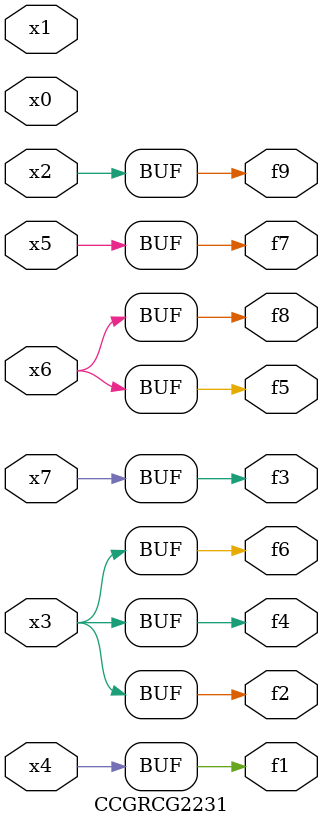
<source format=v>
module CCGRCG2231(
	input x0, x1, x2, x3, x4, x5, x6, x7,
	output f1, f2, f3, f4, f5, f6, f7, f8, f9
);
	assign f1 = x4;
	assign f2 = x3;
	assign f3 = x7;
	assign f4 = x3;
	assign f5 = x6;
	assign f6 = x3;
	assign f7 = x5;
	assign f8 = x6;
	assign f9 = x2;
endmodule

</source>
